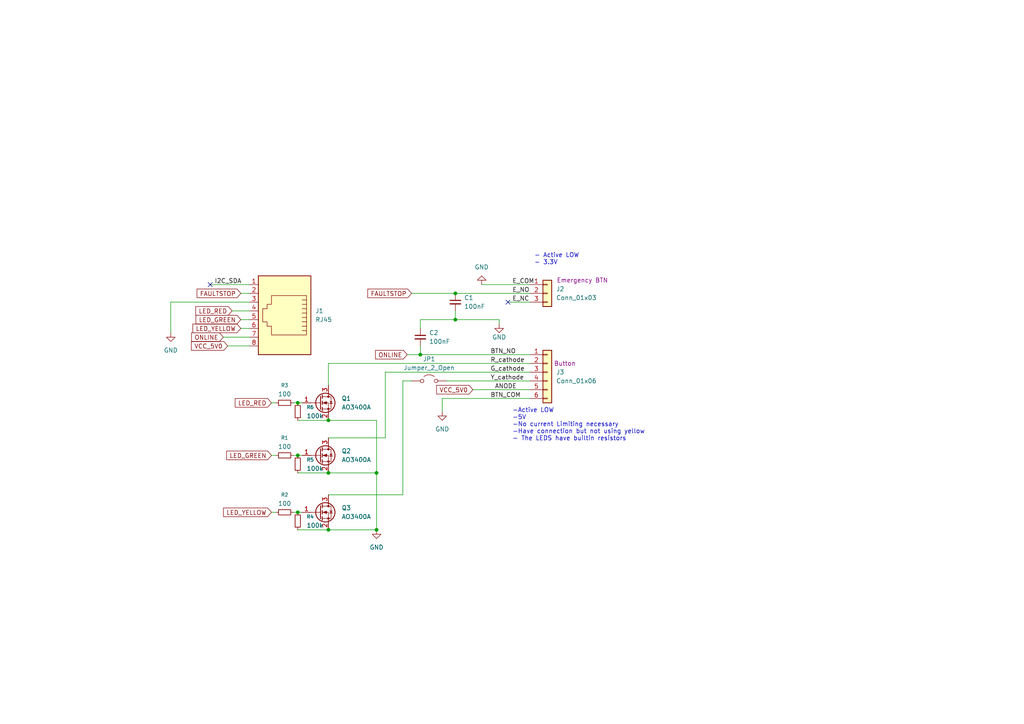
<source format=kicad_sch>
(kicad_sch (version 20250114) (generator "eeschema") (generator_version "9.0")
  (paper "A4")
  (title_block (title "Handheld1 Device") (date "2025-10-01") (rev "1.0"))
  (lib_symbols
    (symbol "Connector:RJ45" (pin_names (offset 1.016))
      (property "Reference" "J" (at -5.08 13.97 0))
      (property "Value" "RJ45" (at 2.54 13.97 0))
      (symbol "RJ45_0_1"
        (polyline (pts (xy -6.35 1.905) (xy -5.08 1.905) (xy -5.08 1.905)))
        (polyline (pts (xy -6.35 0.635) (xy -5.08 0.635) (xy -5.08 0.635)))
        (polyline (pts (xy -6.35 -0.635) (xy -5.08 -0.635) (xy -5.08 -0.635)))
        (polyline (pts (xy -6.35 -1.905) (xy -5.08 -1.905) (xy -5.08 -1.905)))
        (polyline (pts (xy -6.35 -3.175) (xy -5.08 -3.175) (xy -5.08 -3.175)))
        (polyline (pts (xy -6.35 -4.445) (xy -6.35 6.985) (xy 3.81 6.985) (xy 3.81 4.445) (xy 5.08 4.445) (xy 5.08 3.175) (xy 6.35 3.175) (xy 6.35 -0.635) (xy 5.08 -0.635) (xy 5.08 -1.905) (xy 3.81 -1.905) (xy 3.81 -4.445) (xy -6.35 -4.445) (xy -6.35 -4.445)))
        (polyline (pts (xy -5.08 5.715) (xy -6.35 5.715)))
        (polyline (pts (xy -5.08 4.445) (xy -6.35 4.445)))
        (polyline (pts (xy -5.08 3.175) (xy -6.35 3.175) (xy -6.35 3.175)))
        (rectangle (start 7.62 12.7) (end -7.62 -10.16) (stroke (width 0.254)) (fill (type background)))
      )
      (symbol "RJ45_1_1"
        (pin passive line (at 10.16 10.16 180) (length 2.54) (name "~") (number "8"))
        (pin passive line (at 10.16 7.62 180) (length 2.54) (name "~") (number "7"))
        (pin passive line (at 10.16 5.08 180) (length 2.54) (name "~") (number "6"))
        (pin passive line (at 10.16 2.54 180) (length 2.54) (name "~") (number "5"))
        (pin passive line (at 10.16 0 180) (length 2.54) (name "~") (number "4"))
        (pin passive line (at 10.16 -2.54 180) (length 2.54) (name "~") (number "3"))
        (pin passive line (at 10.16 -5.08 180) (length 2.54) (name "~") (number "2"))
        (pin passive line (at 10.16 -7.62 180) (length 2.54) (name "~") (number "1"))
      )
    )
    (symbol "Connector_Generic:Conn_01x03" (pin_names (offset 1.016) (hide yes))
      (property "Reference" "J" (at 0 5.08 0))
      (property "Value" "Conn_01x03" (at 0 -5.08 0))
      (symbol "Conn_01x03_1_1"
        (rectangle (start -1.27 3.81) (end 1.27 -3.81) (stroke (width 0.254)) (fill (type background)))
        (rectangle (start -1.27 2.667) (end 0 2.413) (stroke (width 0.1524)))
        (rectangle (start -1.27 0.127) (end 0 -0.127) (stroke (width 0.1524)))
        (rectangle (start -1.27 -2.413) (end 0 -2.667) (stroke (width 0.1524)))
        (pin passive line (at -5.08 2.54 0) (length 3.81) (name "Pin_1") (number "1"))
        (pin passive line (at -5.08 0 0) (length 3.81) (name "Pin_2") (number "2"))
        (pin passive line (at -5.08 -2.54 0) (length 3.81) (name "Pin_3") (number "3"))
      )
    )
    (symbol "Connector_Generic:Conn_01x06" (pin_names (offset 1.016) (hide yes))
      (property "Reference" "J" (at 0 7.62 0))
      (property "Value" "Conn_01x06" (at 0 -10.16 0))
      (symbol "Conn_01x06_1_1"
        (rectangle (start -1.27 6.35) (end 1.27 -8.89) (stroke (width 0.254)) (fill (type background)))
        (rectangle (start -1.27 5.207) (end 0 4.953) (stroke (width 0.1524)))
        (rectangle (start -1.27 2.667) (end 0 2.413) (stroke (width 0.1524)))
        (rectangle (start -1.27 0.127) (end 0 -0.127) (stroke (width 0.1524)))
        (rectangle (start -1.27 -2.413) (end 0 -2.667) (stroke (width 0.1524)))
        (rectangle (start -1.27 -4.953) (end 0 -5.207) (stroke (width 0.1524)))
        (rectangle (start -1.27 -7.493) (end 0 -7.747) (stroke (width 0.1524)))
        (pin passive line (at -5.08 5.08 0) (length 3.81) (name "Pin_1") (number "1"))
        (pin passive line (at -5.08 2.54 0) (length 3.81) (name "Pin_2") (number "2"))
        (pin passive line (at -5.08 0 0) (length 3.81) (name "Pin_3") (number "3"))
        (pin passive line (at -5.08 -2.54 0) (length 3.81) (name "Pin_4") (number "4"))
        (pin passive line (at -5.08 -5.08 0) (length 3.81) (name "Pin_5") (number "5"))
        (pin passive line (at -5.08 -7.62 0) (length 3.81) (name "Pin_6") (number "6"))
      )
    )
    (symbol "Device:C_Small" (pin_numbers (hide yes)) (pin_names (offset 0.254) (hide yes))
      (property "Reference" "C" (at 0.254 1.778 0))
      (property "Value" "C_Small" (at 0.254 -2.032 0))
      (symbol "C_Small_0_1"
        (polyline (pts (xy -1.524 0.508) (xy 1.524 0.508)) (stroke (width 0.3048)))
        (polyline (pts (xy -1.524 -0.508) (xy 1.524 -0.508)) (stroke (width 0.3302)))
      )
      (symbol "C_Small_1_1"
        (pin passive line (at 0 2.54 270) (length 2.032) (name "~") (number "1"))
        (pin passive line (at 0 -2.54 90) (length 2.032) (name "~") (number "2"))
      )
    )
    (symbol "Device:R_Small" (pin_numbers (hide yes)) (pin_names (offset 0.254) (hide yes))
      (property "Reference" "R" (at 0 0 90))
      (property "Value" "R_Small" (at 1.778 0 90))
      (symbol "R_Small_0_1"
        (rectangle (start -0.762 1.778) (end 0.762 -1.778) (stroke (width 0.2032)))
      )
      (symbol "R_Small_1_1"
        (pin passive line (at 0 2.54 270) (length 0.762) (name "~") (number "1"))
        (pin passive line (at 0 -2.54 90) (length 0.762) (name "~") (number "2"))
      )
    )
    (symbol "Jumper:Jumper_2_Open" (pin_numbers (hide yes)) (pin_names (offset 0) (hide yes))
      (property "Reference" "JP" (at 0 2.794 0))
      (property "Value" "Jumper_2_Open" (at 0 -2.286 0))
      (symbol "Jumper_2_Open_0_0"
        (circle (center -2.032 0) (radius 0.508))
        (circle (center 2.032 0) (radius 0.508))
      )
      (symbol "Jumper_2_Open_0_1"
        (arc (start -1.524 1.27) (mid 0 1.778) (end 1.524 1.27))
      )
      (symbol "Jumper_2_Open_1_1"
        (pin passive line (at -5.08 0 0) (length 2.54) (name "A") (number "1"))
        (pin passive line (at 5.08 0 180) (length 2.54) (name "B") (number "2"))
      )
    )
    (symbol "Transistor_FET:AO3400A" (pin_names (offset 0) (hide yes))
      (property "Reference" "Q" (at 5.08 1.905 0))
      (property "Value" "AO3400A" (at 5.08 0 0))
      (symbol "AO3400A_0_1"
        (polyline (pts (xy 0.254 1.905) (xy 0.254 -1.905)) (stroke (width 0.254)))
        (polyline (pts (xy 0.254 0) (xy -2.54 0)))
        (polyline (pts (xy 0.762 2.286) (xy 0.762 1.27)) (stroke (width 0.254)))
        (polyline (pts (xy 0.762 0.508) (xy 0.762 -0.508)) (stroke (width 0.254)))
        (polyline (pts (xy 0.762 -1.27) (xy 0.762 -2.286)) (stroke (width 0.254)))
        (polyline (pts (xy 0.762 -1.778) (xy 3.302 -1.778) (xy 3.302 1.778) (xy 0.762 1.778)))
        (polyline (pts (xy 1.016 0) (xy 2.032 0.381) (xy 2.032 -0.381) (xy 1.016 0)) (fill (type outline)))
        (circle (center 1.651 0) (radius 2.794) (stroke (width 0.254)))
        (polyline (pts (xy 2.54 2.54) (xy 2.54 1.778)))
        (circle (center 2.54 1.778) (radius 0.254) (fill (type outline)))
        (circle (center 2.54 -1.778) (radius 0.254) (fill (type outline)))
        (polyline (pts (xy 2.54 -2.54) (xy 2.54 0) (xy 0.762 0)))
        (polyline (pts (xy 2.921 0.381) (xy 3.683 0.381)))
        (polyline (pts (xy 3.302 0.381) (xy 2.921 -0.254) (xy 3.683 -0.254) (xy 3.302 0.381)))
      )
      (symbol "AO3400A_1_1"
        (pin input line (at -5.08 0 0) (length 2.54) (name "G") (number "1"))
        (pin passive line (at 2.54 5.08 270) (length 2.54) (name "D") (number "3"))
        (pin passive line (at 2.54 -5.08 90) (length 2.54) (name "S") (number "2"))
      )
    )
    (symbol "power:GND" (power) (pin_numbers (hide yes)) (pin_names (offset 0) (hide yes))
      (property "Value" "GND" (at 0 -3.81 0))
      (symbol "GND_0_1"
        (polyline (pts (xy 0 0) (xy 0 -1.27) (xy 1.27 -1.27) (xy 0 -2.54) (xy -1.27 -1.27) (xy 0 -1.27)))
      )
      (symbol "GND_1_1"
        (pin power_in line (at 0 0 270) (length 0) (name "~") (number "1"))
      )
    )
  )
  (text "-Active LOW \n-5V\n-No current Limiting necessary\n-Have connection but not using yellow\n- The LEDS have builtin resistors" (at 148.59 123.19 0) (effects (font (size 1.27 1.27)) (justify left)))
  (text "- Active LOW \n- 3.3V\n\n" (at 154.94 76.2 0) (effects (font (size 1.27 1.27)) (justify left)))
  (junction (at 86.36 116.84))
  (junction (at 95.25 137.16))
  (junction (at 121.92 102.87))
  (junction (at 132.08 85.09))
  (junction (at 95.25 153.67))
  (junction (at 109.22 137.16))
  (junction (at 109.22 153.67))
  (junction (at 132.08 92.71))
  (junction (at 86.36 148.59))
  (junction (at 95.25 121.92))
  (junction (at 86.36 132.08))
  (no_connect (at 147.32 87.63))
  (no_connect (at 60.96 82.55))
  (wire (pts (xy 109.22 121.92) (xy 109.22 137.16)))
  (wire (pts (xy 128.27 115.57) (xy 153.67 115.57)))
  (wire (pts (xy 129.54 110.49) (xy 153.67 110.49)))
  (wire (pts (xy 144.78 93.98) (xy 144.78 92.71)))
  (wire (pts (xy 78.74 148.59) (xy 80.01 148.59)))
  (wire (pts (xy 116.84 110.49) (xy 119.38 110.49)))
  (wire (pts (xy 69.85 85.09) (xy 72.39 85.09)))
  (wire (pts (xy 66.04 100.33) (xy 72.39 100.33)))
  (wire (pts (xy 121.92 92.71) (xy 132.08 92.71)))
  (wire (pts (xy 128.27 119.38) (xy 128.27 115.57)))
  (wire (pts (xy 95.25 143.51) (xy 116.84 143.51)))
  (wire (pts (xy 137.16 113.03) (xy 153.67 113.03)))
  (wire (pts (xy 121.92 100.33) (xy 121.92 102.87)))
  (wire (pts (xy 111.76 107.95) (xy 111.76 127)))
  (wire (pts (xy 132.08 92.71) (xy 132.08 90.17)))
  (wire (pts (xy 132.08 92.71) (xy 144.78 92.71)))
  (wire (pts (xy 121.92 92.71) (xy 121.92 95.25)))
  (wire (pts (xy 85.09 116.84) (xy 86.36 116.84)))
  (wire (pts (xy 64.77 97.79) (xy 72.39 97.79)))
  (wire (pts (xy 95.25 105.41) (xy 95.25 111.76)))
  (wire (pts (xy 147.32 87.63) (xy 153.67 87.63)))
  (wire (pts (xy 111.76 107.95) (xy 153.67 107.95)))
  (wire (pts (xy 95.25 121.92) (xy 109.22 121.92)))
  (wire (pts (xy 60.96 82.55) (xy 72.39 82.55)))
  (wire (pts (xy 118.11 102.87) (xy 121.92 102.87)))
  (wire (pts (xy 95.25 105.41) (xy 153.67 105.41)))
  (wire (pts (xy 86.36 121.92) (xy 95.25 121.92)))
  (wire (pts (xy 86.36 132.08) (xy 87.63 132.08)))
  (wire (pts (xy 116.84 143.51) (xy 116.84 110.49)))
  (wire (pts (xy 78.74 132.08) (xy 80.01 132.08)))
  (wire (pts (xy 132.08 85.09) (xy 153.67 85.09)))
  (wire (pts (xy 95.25 153.67) (xy 109.22 153.67)))
  (wire (pts (xy 69.85 95.25) (xy 72.39 95.25)))
  (wire (pts (xy 86.36 116.84) (xy 87.63 116.84)))
  (wire (pts (xy 119.38 85.09) (xy 132.08 85.09)))
  (wire (pts (xy 109.22 137.16) (xy 109.22 153.67)))
  (wire (pts (xy 69.85 92.71) (xy 72.39 92.71)))
  (wire (pts (xy 86.36 148.59) (xy 87.63 148.59)))
  (wire (pts (xy 86.36 153.67) (xy 95.25 153.67)))
  (wire (pts (xy 78.74 116.84) (xy 80.01 116.84)))
  (wire (pts (xy 49.53 87.63) (xy 49.53 96.52)))
  (wire (pts (xy 85.09 148.59) (xy 86.36 148.59)))
  (wire (pts (xy 72.39 87.63) (xy 49.53 87.63)))
  (wire (pts (xy 67.31 90.17) (xy 72.39 90.17)))
  (wire (pts (xy 121.92 102.87) (xy 153.67 102.87)))
  (wire (pts (xy 86.36 137.16) (xy 95.25 137.16)))
  (wire (pts (xy 85.09 132.08) (xy 86.36 132.08)))
  (wire (pts (xy 95.25 137.16) (xy 109.22 137.16)))
  (wire (pts (xy 111.76 127) (xy 95.25 127)))
  (wire (pts (xy 139.7 82.55) (xy 153.67 82.55)))
  (label "I2C_SDA" (at 62.23 82.55 0))
  (label "E_NC" (at 148.59 87.63 0))
  (label "R_cathode" (at 142.24 105.41 0))
  (label "BTN_COM" (at 142.24 115.57 0))
  (label "ANODE" (at 143.51 113.03 0))
  (label "G_cathode" (at 142.24 107.95 0))
  (label "E_NO" (at 148.59 85.09 0))
  (label "E_COM" (at 148.59 82.55 0))
  (label "Y_cathode" (at 142.24 110.49 0))
  (label "BTN_NO" (at 142.24 102.87 0))
  (global_label "LED_RED" (shape input) (at 78.74 116.84 180) (property "Intersheetrefs" "${INTERSHEET_REFS}" (effects (hide yes))))
  (global_label "FAULTSTOP" (shape input) (at 119.38 85.09 180) (property "Intersheetrefs" "${INTERSHEET_REFS}" (effects (hide yes))))
  (global_label "VCC_5V0" (shape input) (at 66.04 100.33 180) (property "Intersheetrefs" "${INTERSHEET_REFS}" (effects (hide yes))))
  (global_label "LED_GREEN" (shape input) (at 69.85 92.71 180) (property "Intersheetrefs" "${INTERSHEET_REFS}" (effects (hide yes))))
  (global_label "LED_YELLOW" (shape input) (at 78.74 148.59 180) (property "Intersheetrefs" "${INTERSHEET_REFS}" (effects (hide yes))))
  (global_label "ONLINE" (shape input) (at 118.11 102.87 180) (property "Intersheetrefs" "${INTERSHEET_REFS}" (effects (hide yes))))
  (global_label "FAULTSTOP" (shape input) (at 69.85 85.09 180) (property "Intersheetrefs" "${INTERSHEET_REFS}" (effects (hide yes))))
  (global_label "LED_RED" (shape input) (at 67.31 90.17 180) (property "Intersheetrefs" "${INTERSHEET_REFS}" (effects (hide yes))))
  (global_label "LED_GREEN" (shape input) (at 78.74 132.08 180) (property "Intersheetrefs" "${INTERSHEET_REFS}" (effects (hide yes))))
  (global_label "VCC_5V0" (shape input) (at 137.16 113.03 180) (property "Intersheetrefs" "${INTERSHEET_REFS}" (effects (hide yes))))
  (global_label "ONLINE" (shape input) (at 64.77 97.79 180) (property "Intersheetrefs" "${INTERSHEET_REFS}" (effects (hide yes))))
  (global_label "LED_YELLOW" (shape input) (at 69.85 95.25 180) (property "Intersheetrefs" "${INTERSHEET_REFS}" (effects (hide yes))))
  (symbol (lib_id "Jumper:Jumper_2_Open") (at 124.46 110.49 0) (unit 1)
    (property "Reference" "JP1" (at 124.46 104.14 0))
    (property "Value" "Jumper_2_Open" (at 124.46 106.68 0))
    (property "Footprint" "Jumper:SolderJumper-2_P1.3mm_Open_Pad1.0x1.5mm" (effects (hide yes)))
    (property "Description" "Jumper, 2-pole, open" (effects (hide yes)))
  )
  (symbol (lib_id "Device:R_Small") (at 82.55 132.08 90) (unit 1)
    (property "Reference" "R1" (at 82.55 127 90) (effects (font (size 1.016 1.016))))
    (property "Value" "100" (at 82.55 129.54 90))
    (property "Footprint" "Resistor_SMD:R_0402_1005Metric" (effects (hide yes)))
    (property "Description" "Resistor, small symbol" (effects (hide yes)))
    (property "LCSC" "C25076" (effects (hide yes)))
  )
  (symbol (lib_id "power:GND") (at 139.7 82.55 180) (unit 1)
    (property "Reference" "#PWR02" (effects (hide yes)))
    (property "Value" "GND" (at 139.7 77.47 0))
    (property "Description" "Power symbol creates a global label with name \"GND\" , ground" (effects (hide yes)))
  )
  (symbol (lib_id "Connector:RJ45") (at 82.55 90.17 180) (unit 1)
    (property "Reference" "J1" (at 91.44 90.1699 0) (effects (justify right)))
    (property "Value" "RJ45" (at 91.44 92.7099 0) (effects (justify right)))
    (property "Footprint" "Connector_RJ:RJ45_Molex_0855135013_Vertical" (effects (hide yes)))
    (property "Description" "RJ connector, 8P8C (8 positions 8 connected)" (effects (hide yes)))
    (property "LCSC" "C708653" (effects (hide yes)))
  )
  (symbol (lib_id "Transistor_FET:AO3400A") (at 92.71 116.84 0) (unit 1)
    (property "Reference" "Q1" (at 99.06 115.5699 0) (effects (justify left)))
    (property "Value" "AO3400A" (at 99.06 118.1099 0) (effects (justify left)))
    (property "Footprint" "Package_TO_SOT_SMD:SOT-23" (effects (hide yes)))
    (property "Datasheet" "http://www.aosmd.com/pdfs/datasheet/AO3400A.pdf" (effects (hide yes)))
    (property "Description" "30V Vds, 5.7A Id, N-Channel MOSFET, SOT-23" (effects (hide yes)))
    (property "LCSC" "C20917" (effects (hide yes)))
  )
  (symbol (lib_id "Device:C_Small") (at 132.08 87.63 0) (unit 1)
    (property "Reference" "C1" (at 134.62 86.3662 0) (effects (justify left)))
    (property "Value" "100nF" (at 134.62 88.9062 0) (effects (justify left)))
    (property "Description" "Unpolarized capacitor, small symbol" (effects (hide yes)))
  )
  (symbol (lib_id "Transistor_FET:AO3400A") (at 92.71 148.59 0) (unit 1)
    (property "Reference" "Q3" (at 99.06 147.3199 0) (effects (justify left)))
    (property "Value" "AO3400A" (at 99.06 149.8599 0) (effects (justify left)))
    (property "Footprint" "Package_TO_SOT_SMD:SOT-23" (effects (hide yes)))
    (property "Datasheet" "http://www.aosmd.com/pdfs/datasheet/AO3400A.pdf" (effects (hide yes)))
    (property "Description" "30V Vds, 5.7A Id, N-Channel MOSFET, SOT-23" (effects (hide yes)))
    (property "LCSC" "C20917" (effects (hide yes)))
  )
  (symbol (lib_id "Device:R_Small") (at 86.36 119.38 180) (unit 1)
    (property "Reference" "R6" (at 88.9 118.1099 0) (effects (font (size 1.016 1.016)) (justify right)))
    (property "Value" "100k" (at 88.9 120.6499 0) (effects (justify right)))
    (property "Footprint" "Resistor_SMD:R_0402_1005Metric" (effects (hide yes)))
    (property "Description" "Resistor, small symbol" (effects (hide yes)))
    (property "LCSC" "C25530" (effects (hide yes)))
  )
  (symbol (lib_id "Device:R_Small") (at 82.55 148.59 90) (unit 1)
    (property "Reference" "R2" (at 82.55 143.51 90) (effects (font (size 1.016 1.016))))
    (property "Value" "100" (at 82.55 146.05 90))
    (property "Footprint" "Resistor_SMD:R_0402_1005Metric" (effects (hide yes)))
    (property "Description" "Resistor, small symbol" (effects (hide yes)))
    (property "LCSC" "C25076" (effects (hide yes)))
  )
  (symbol (lib_id "power:GND") (at 49.53 96.52 0) (unit 1)
    (property "Reference" "#PWR01" (effects (hide yes)))
    (property "Value" "GND" (at 49.53 101.6 0))
    (property "Description" "Power symbol creates a global label with name \"GND\" , ground" (effects (hide yes)))
  )
  (symbol (lib_id "Device:R_Small") (at 86.36 134.62 180) (unit 1)
    (property "Reference" "R5" (at 88.9 133.3499 0) (effects (font (size 1.016 1.016)) (justify right)))
    (property "Value" "100k" (at 88.9 135.8899 0) (effects (justify right)))
    (property "Footprint" "Resistor_SMD:R_0402_1005Metric" (effects (hide yes)))
    (property "Description" "Resistor, small symbol" (effects (hide yes)))
    (property "LCSC" "C25530" (effects (hide yes)))
  )
  (symbol (lib_id "Device:R_Small") (at 86.36 151.13 180) (unit 1)
    (property "Reference" "R4" (at 88.9 149.8599 0) (effects (font (size 1.016 1.016)) (justify right)))
    (property "Value" "100k" (at 88.9 152.3999 0) (effects (justify right)))
    (property "Footprint" "Resistor_SMD:R_0402_1005Metric" (effects (hide yes)))
    (property "Description" "Resistor, small symbol" (effects (hide yes)))
    (property "LCSC" "C25530" (effects (hide yes)))
  )
  (symbol (lib_id "power:GND") (at 144.78 93.98 0) (unit 1)
    (property "Reference" "#PWR05" (effects (hide yes)))
    (property "Value" "GND" (at 144.78 97.79 0))
    (property "Description" "Power symbol creates a global label with name \"GND\" , ground" (effects (hide yes)))
  )
  (symbol (lib_id "power:GND") (at 109.22 153.67 0) (unit 1)
    (property "Reference" "#PWR04" (effects (hide yes)))
    (property "Value" "GND" (at 109.22 158.75 0))
    (property "Description" "Power symbol creates a global label with name \"GND\" , ground" (effects (hide yes)))
  )
  (symbol (lib_id "Connector_Generic:Conn_01x03") (at 158.75 85.09 0) (unit 1)
    (property "Reference" "J2" (at 161.29 83.8199 0) (effects (justify left)))
    (property "Value" "Conn_01x03" (at 161.29 86.3599 0) (effects (justify left)))
    (property "Footprint" "Connector_JST:JST_XH_B3B-XH-AM_1x03_P2.50mm_Vertical" (effects (hide yes)))
    (property "Description" "Generic connector, single row, 01x03, script generated (kicad-library-utils/schlib/autogen/connector/)" (effects (hide yes)))
    (property "name" "Emergency BTN" (at 168.91 81.28 0))
    (property "LCSC" "C161870" (effects (hide yes)))
  )
  (symbol (lib_id "power:GND") (at 128.27 119.38 0) (unit 1)
    (property "Reference" "#PWR03" (effects (hide yes)))
    (property "Value" "GND" (at 128.27 124.46 0))
    (property "Description" "Power symbol creates a global label with name \"GND\" , ground" (effects (hide yes)))
  )
  (symbol (lib_id "Connector_Generic:Conn_01x06") (at 158.75 107.95 0) (unit 1)
    (property "Reference" "J3" (at 161.29 107.9499 0) (effects (justify left)))
    (property "Value" "Conn_01x06" (at 161.29 110.4899 0) (effects (justify left)))
    (property "Footprint" "Connector_JST:JST_XH_B6B-XH-AM_1x06_P2.50mm_Vertical" (effects (hide yes)))
    (property "Description" "Generic connector, single row, 01x06, script generated (kicad-library-utils/schlib/autogen/connector/)" (effects (hide yes)))
    (property "Name" "Button" (at 163.83 105.41 0))
    (property "LCSC" "C161873" (effects (hide yes)))
  )
  (symbol (lib_id "Device:C_Small") (at 121.92 97.79 0) (unit 1)
    (property "Reference" "C2" (at 124.46 96.5262 0) (effects (justify left)))
    (property "Value" "100nF" (at 124.46 99.0662 0) (effects (justify left)))
    (property "Description" "Unpolarized capacitor, small symbol" (effects (hide yes)))
  )
  (symbol (lib_id "Transistor_FET:AO3400A") (at 92.71 132.08 0) (unit 1)
    (property "Reference" "Q2" (at 99.06 130.8099 0) (effects (justify left)))
    (property "Value" "AO3400A" (at 99.06 133.3499 0) (effects (justify left)))
    (property "Footprint" "Package_TO_SOT_SMD:SOT-23" (effects (hide yes)))
    (property "Datasheet" "http://www.aosmd.com/pdfs/datasheet/AO3400A.pdf" (effects (hide yes)))
    (property "Description" "30V Vds, 5.7A Id, N-Channel MOSFET, SOT-23" (effects (hide yes)))
    (property "LCSC" "C20917" (effects (hide yes)))
  )
  (symbol (lib_id "Device:R_Small") (at 82.55 116.84 90) (unit 1)
    (property "Reference" "R3" (at 82.55 111.76 90) (effects (font (size 1.016 1.016))))
    (property "Value" "100" (at 82.55 114.3 90))
    (property "Footprint" "Resistor_SMD:R_0402_1005Metric" (effects (hide yes)))
    (property "Description" "Resistor, small symbol" (effects (hide yes)))
    (property "LCSC" "C25076" (effects (hide yes)))
  )
)
</source>
